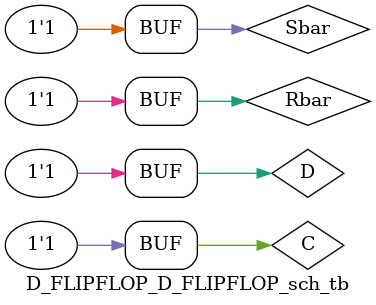
<source format=v>

`timescale 1ns / 1ps

module D_FLIPFLOP_D_FLIPFLOP_sch_tb();

// Inputs
   reg Sbar;
   reg C;
   reg Rbar;
   reg D;

// Output
   wire Q;
   wire Qbar;

// Bidirs

// Instantiate the UUT
   D_FLIPFLOP UUT (
		.Q(Q), 
		.Qbar(Qbar), 
		.Sbar(Sbar), 
		.C(C), 
		.Rbar(Rbar), 
		.D(D)
   );
// Initialize Inputs
	initial begin
		Sbar = 1; 
		Rbar = 1;
		D = 0; #150;
		D = 1; #150; 
	end
	always begin
		C=0; #50;
		C=1; #50;
	end
endmodule

</source>
